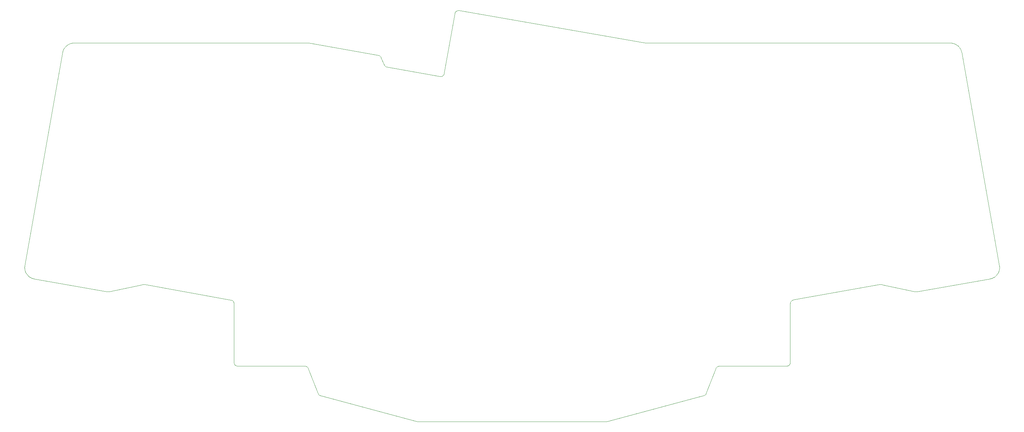
<source format=gm1>
G04 #@! TF.GenerationSoftware,KiCad,Pcbnew,(5.1.9-0-10_14)*
G04 #@! TF.CreationDate,2021-06-24T09:39:22+09:00*
G04 #@! TF.ProjectId,reviung41,72657669-756e-4673-9431-2e6b69636164,1.4*
G04 #@! TF.SameCoordinates,PX2faf080PY2faf080*
G04 #@! TF.FileFunction,Profile,NP*
%FSLAX46Y46*%
G04 Gerber Fmt 4.6, Leading zero omitted, Abs format (unit mm)*
G04 Created by KiCad (PCBNEW (5.1.9-0-10_14)) date 2021-06-24 09:39:22*
%MOMM*%
%LPD*%
G01*
G04 APERTURE LIST*
G04 #@! TA.AperFunction,Profile*
%ADD10C,0.100000*%
G04 #@! TD*
G04 APERTURE END LIST*
D10*
X-19203056Y-8566830D02*
X-19338854Y-8569869D01*
X-19338854Y-8569869D02*
X-19473278Y-8578909D01*
X-19473278Y-8578909D02*
X-19606186Y-8593829D01*
X-19606186Y-8593829D02*
X-19737435Y-8614509D01*
X-19737435Y-8614509D02*
X-19866881Y-8640828D01*
X-19866881Y-8640828D02*
X-19994381Y-8672667D01*
X-19994381Y-8672667D02*
X-20119791Y-8709905D01*
X-20119791Y-8709905D02*
X-20242970Y-8752423D01*
X-20242970Y-8752423D02*
X-20363773Y-8800101D01*
X-20363773Y-8800101D02*
X-20482057Y-8852817D01*
X-20482057Y-8852817D02*
X-20597680Y-8910453D01*
X-20597680Y-8910453D02*
X-20710497Y-8972888D01*
X-20710497Y-8972888D02*
X-20820366Y-9040001D01*
X-20820366Y-9040001D02*
X-20927143Y-9111674D01*
X-20927143Y-9111674D02*
X-21030686Y-9187785D01*
X-21030686Y-9187785D02*
X-21130850Y-9268214D01*
X-21130850Y-9268214D02*
X-21227494Y-9352842D01*
X-21227494Y-9352842D02*
X-21320473Y-9441549D01*
X-21320473Y-9441549D02*
X-21409645Y-9534214D01*
X-21409645Y-9534214D02*
X-21494865Y-9630717D01*
X-21494865Y-9630717D02*
X-21575992Y-9730938D01*
X-21575992Y-9730938D02*
X-21652882Y-9834757D01*
X-21652882Y-9834757D02*
X-21725391Y-9942054D01*
X-21725391Y-9942054D02*
X-21793376Y-10052709D01*
X-21793376Y-10052709D02*
X-21856695Y-10166601D01*
X-21856695Y-10166601D02*
X-21915204Y-10283611D01*
X-21915204Y-10283611D02*
X-21968759Y-10403618D01*
X-21968759Y-10403618D02*
X-22017218Y-10526503D01*
X-22017218Y-10526503D02*
X-22060437Y-10652145D01*
X-22060437Y-10652145D02*
X-22098274Y-10780424D01*
X-22098274Y-10780424D02*
X-22130584Y-10911220D01*
X-22130584Y-10911220D02*
X-22157225Y-11044414D01*
X21566204Y-75484389D02*
X21696687Y-75516860D01*
X21696687Y-75516860D02*
X21819258Y-75565417D01*
X21819258Y-75565417D02*
X21932841Y-75628774D01*
X21932841Y-75628774D02*
X22036361Y-75705647D01*
X22036361Y-75705647D02*
X22128744Y-75794752D01*
X22128744Y-75794752D02*
X22208915Y-75894805D01*
X22208915Y-75894805D02*
X22275799Y-76004522D01*
X22275799Y-76004522D02*
X22328322Y-76122618D01*
X22328322Y-76122618D02*
X22365409Y-76247810D01*
X22365409Y-76247810D02*
X22385985Y-76378813D01*
X22385985Y-76378813D02*
X22390000Y-76468743D01*
X-1503643Y-71503476D02*
X-1385042Y-71482174D01*
X-1385042Y-71482174D02*
X-1265612Y-71468075D01*
X-1265612Y-71468075D02*
X-1145680Y-71461183D01*
X-1145680Y-71461183D02*
X-1025571Y-71461504D01*
X-1025571Y-71461504D02*
X-905613Y-71469041D01*
X-905613Y-71469041D02*
X-786131Y-71483800D01*
X-786131Y-71483800D02*
X-738545Y-71491728D01*
X211500450Y-11045975D02*
X211473862Y-10912719D01*
X211473862Y-10912719D02*
X211441600Y-10781860D01*
X211441600Y-10781860D02*
X211403807Y-10653518D01*
X211403807Y-10653518D02*
X211360627Y-10527812D01*
X211360627Y-10527812D02*
X211312202Y-10404864D01*
X211312202Y-10404864D02*
X211258675Y-10284793D01*
X211258675Y-10284793D02*
X211200191Y-10167721D01*
X211200191Y-10167721D02*
X211136893Y-10053766D01*
X211136893Y-10053766D02*
X211068923Y-9943049D01*
X211068923Y-9943049D02*
X210996425Y-9835692D01*
X210996425Y-9835692D02*
X210919543Y-9731813D01*
X210919543Y-9731813D02*
X210838420Y-9631533D01*
X210838420Y-9631533D02*
X210753199Y-9534972D01*
X210753199Y-9534972D02*
X210664024Y-9442251D01*
X210664024Y-9442251D02*
X210571037Y-9353490D01*
X210571037Y-9353490D02*
X210474382Y-9268809D01*
X210474382Y-9268809D02*
X210374203Y-9188329D01*
X210374203Y-9188329D02*
X210270643Y-9112169D01*
X210270643Y-9112169D02*
X210163844Y-9040450D01*
X210163844Y-9040450D02*
X210053951Y-8973293D01*
X210053951Y-8973293D02*
X209941107Y-8910817D01*
X209941107Y-8910817D02*
X209825455Y-8853142D01*
X209825455Y-8853142D02*
X209707139Y-8800390D01*
X209707139Y-8800390D02*
X209586301Y-8752680D01*
X209586301Y-8752680D02*
X209463085Y-8710133D01*
X209463085Y-8710133D02*
X209337635Y-8672868D01*
X209337635Y-8672868D02*
X209210093Y-8641006D01*
X209210093Y-8641006D02*
X209080604Y-8614668D01*
X209080604Y-8614668D02*
X208949309Y-8593973D01*
X208949309Y-8593973D02*
X208816354Y-8579042D01*
X208816354Y-8579042D02*
X208681881Y-8569996D01*
X208681881Y-8569996D02*
X208546033Y-8566954D01*
X166957833Y-91720000D02*
X166957833Y-76459590D01*
X44237706Y-99832241D02*
X44287172Y-99940204D01*
X44287172Y-99940204D02*
X44348386Y-100040520D01*
X44348386Y-100040520D02*
X44420443Y-100132378D01*
X44420443Y-100132378D02*
X44502439Y-100214969D01*
X44502439Y-100214969D02*
X44593469Y-100287481D01*
X44593469Y-100287481D02*
X44692630Y-100349103D01*
X44692630Y-100349103D02*
X44799017Y-100399026D01*
X44799017Y-100399026D02*
X44911727Y-100436439D01*
X79776764Y-921401D02*
X77037491Y-16460793D01*
X148537879Y-92720000D02*
X165957833Y-92720000D01*
X-738545Y-71491728D02*
X21566204Y-75484389D01*
X190879373Y-71501821D02*
X199296488Y-73287053D01*
X-22157225Y-11044414D02*
X-31966331Y-66513037D01*
X147605375Y-93358841D02*
X147653005Y-93254108D01*
X147653005Y-93254108D02*
X147711424Y-93156902D01*
X147711424Y-93156902D02*
X147779745Y-93067830D01*
X147779745Y-93067830D02*
X147857085Y-92987497D01*
X147857085Y-92987497D02*
X147942559Y-92916508D01*
X147942559Y-92916508D02*
X148035284Y-92855471D01*
X148035284Y-92855471D02*
X148134374Y-92804990D01*
X148134374Y-92804990D02*
X148238946Y-92765671D01*
X148238946Y-92765671D02*
X148348115Y-92738120D01*
X148348115Y-92738120D02*
X148460998Y-92722944D01*
X148460998Y-92722944D02*
X148537879Y-92720000D01*
X-10724116Y-73300537D02*
X-10605771Y-73317737D01*
X-10605771Y-73317737D02*
X-10486844Y-73327820D01*
X-10486844Y-73327820D02*
X-10367653Y-73330792D01*
X-10367653Y-73330792D02*
X-10248517Y-73326657D01*
X-10248517Y-73326657D02*
X-10129756Y-73315422D01*
X-10129756Y-73315422D02*
X-10011689Y-73297092D01*
X-10011689Y-73297092D02*
X-9964727Y-73287775D01*
X60603226Y-12334656D02*
X60546487Y-12223575D01*
X60546487Y-12223575D02*
X60477234Y-12121562D01*
X60477234Y-12121562D02*
X60396566Y-12029484D01*
X60396566Y-12029484D02*
X60305586Y-11948211D01*
X60305586Y-11948211D02*
X60205392Y-11878611D01*
X60205392Y-11878611D02*
X60097087Y-11821553D01*
X60097087Y-11821553D02*
X59981772Y-11777906D01*
X59981772Y-11777906D02*
X59860547Y-11748539D01*
X129286705Y-8566954D02*
X80935242Y-110192D01*
X145098354Y-99831900D02*
X147605375Y-93358841D01*
X-29532217Y-69990034D02*
X-10724116Y-73300537D01*
X218847815Y-69990145D02*
X218999193Y-69959512D01*
X218999193Y-69959512D02*
X219147242Y-69921664D01*
X219147242Y-69921664D02*
X219291808Y-69876820D01*
X219291808Y-69876820D02*
X219432739Y-69825198D01*
X219432739Y-69825198D02*
X219569881Y-69767016D01*
X219569881Y-69767016D02*
X219703082Y-69702492D01*
X219703082Y-69702492D02*
X219832188Y-69631846D01*
X219832188Y-69631846D02*
X219957047Y-69555296D01*
X219957047Y-69555296D02*
X220077506Y-69473060D01*
X220077506Y-69473060D02*
X220193411Y-69385356D01*
X220193411Y-69385356D02*
X220304610Y-69292403D01*
X220304610Y-69292403D02*
X220410950Y-69194419D01*
X220410950Y-69194419D02*
X220512278Y-69091623D01*
X220512278Y-69091623D02*
X220608440Y-68984233D01*
X220608440Y-68984233D02*
X220699284Y-68872467D01*
X220699284Y-68872467D02*
X220784658Y-68756545D01*
X220784658Y-68756545D02*
X220864407Y-68636684D01*
X220864407Y-68636684D02*
X220938379Y-68513103D01*
X220938379Y-68513103D02*
X221006421Y-68386020D01*
X221006421Y-68386020D02*
X221068380Y-68255653D01*
X221068380Y-68255653D02*
X221124103Y-68122222D01*
X221124103Y-68122222D02*
X221173437Y-67985944D01*
X221173437Y-67985944D02*
X221216230Y-67847038D01*
X221216230Y-67847038D02*
X221252328Y-67705723D01*
X221252328Y-67705723D02*
X221281578Y-67562216D01*
X221281578Y-67562216D02*
X221303827Y-67416737D01*
X221303827Y-67416737D02*
X221318922Y-67269503D01*
X221318922Y-67269503D02*
X221326711Y-67120733D01*
X221326711Y-67120733D02*
X221327040Y-66970646D01*
X221327040Y-66970646D02*
X221319757Y-66819459D01*
X221319757Y-66819459D02*
X221304708Y-66667392D01*
X221304708Y-66667392D02*
X221281741Y-66514663D01*
X221281741Y-66514663D02*
X211500450Y-11045975D01*
X199296488Y-73287053D02*
X199414570Y-73308417D01*
X199414570Y-73308417D02*
X199533486Y-73322641D01*
X199533486Y-73322641D02*
X199652913Y-73329717D01*
X199652913Y-73329717D02*
X199772527Y-73329641D01*
X199772527Y-73329641D02*
X199892008Y-73322407D01*
X199892008Y-73322407D02*
X200011032Y-73308010D01*
X200011032Y-73308010D02*
X200058442Y-73300244D01*
X166957833Y-76459590D02*
X166966811Y-76325375D01*
X166966811Y-76325375D02*
X166993030Y-76196121D01*
X166993030Y-76196121D02*
X167035412Y-76073112D01*
X167035412Y-76073112D02*
X167092881Y-75957636D01*
X167092881Y-75957636D02*
X167164362Y-75850976D01*
X167164362Y-75850976D02*
X167248777Y-75754417D01*
X167248777Y-75754417D02*
X167345052Y-75669246D01*
X167345052Y-75669246D02*
X167452109Y-75596747D01*
X167452109Y-75596747D02*
X167568872Y-75538207D01*
X167568872Y-75538207D02*
X167694266Y-75494909D01*
X167694266Y-75494909D02*
X167782125Y-75475147D01*
X-31966331Y-66513037D02*
X-31989382Y-66665823D01*
X-31989382Y-66665823D02*
X-32004507Y-66817949D01*
X-32004507Y-66817949D02*
X-32011859Y-66969197D01*
X-32011859Y-66969197D02*
X-32011591Y-67119347D01*
X-32011591Y-67119347D02*
X-32003857Y-67268182D01*
X-32003857Y-67268182D02*
X-31988810Y-67415481D01*
X-31988810Y-67415481D02*
X-31966603Y-67561027D01*
X-31966603Y-67561027D02*
X-31937388Y-67704601D01*
X-31937388Y-67704601D02*
X-31901320Y-67845983D01*
X-31901320Y-67845983D02*
X-31858551Y-67984956D01*
X-31858551Y-67984956D02*
X-31809234Y-68121301D01*
X-31809234Y-68121301D02*
X-31753522Y-68254798D01*
X-31753522Y-68254798D02*
X-31691569Y-68385230D01*
X-31691569Y-68385230D02*
X-31623528Y-68512377D01*
X-31623528Y-68512377D02*
X-31549551Y-68636020D01*
X-31549551Y-68636020D02*
X-31469792Y-68755942D01*
X-31469792Y-68755942D02*
X-31384404Y-68871923D01*
X-31384404Y-68871923D02*
X-31293540Y-68983745D01*
X-31293540Y-68983745D02*
X-31197354Y-69091189D01*
X-31197354Y-69091189D02*
X-31095997Y-69194036D01*
X-31095997Y-69194036D02*
X-30989624Y-69292067D01*
X-30989624Y-69292067D02*
X-30878388Y-69385064D01*
X-30878388Y-69385064D02*
X-30762441Y-69472808D01*
X-30762441Y-69472808D02*
X-30641937Y-69555080D01*
X-30641937Y-69555080D02*
X-30517029Y-69631662D01*
X-30517029Y-69631662D02*
X-30387870Y-69702335D01*
X-30387870Y-69702335D02*
X-30254613Y-69766880D01*
X-30254613Y-69766880D02*
X-30117411Y-69825079D01*
X-30117411Y-69825079D02*
X-29976417Y-69876712D01*
X-29976417Y-69876712D02*
X-29831785Y-69921562D01*
X-29831785Y-69921562D02*
X-29683667Y-69959408D01*
X-29683667Y-69959408D02*
X-29532217Y-69990034D01*
X119284731Y-107167762D02*
X144424486Y-100436715D01*
X40792187Y-92720000D02*
X40906975Y-92726581D01*
X40906975Y-92726581D02*
X41018646Y-92745924D01*
X41018646Y-92745924D02*
X41126317Y-92777424D01*
X41126317Y-92777424D02*
X41229105Y-92820476D01*
X41229105Y-92820476D02*
X41326128Y-92874476D01*
X41326128Y-92874476D02*
X41416503Y-92938820D01*
X41416503Y-92938820D02*
X41499346Y-93012904D01*
X41499346Y-93012904D02*
X41573776Y-93096123D01*
X41573776Y-93096123D02*
X41638909Y-93187873D01*
X41638909Y-93187873D02*
X41693862Y-93287550D01*
X41693862Y-93287550D02*
X41724407Y-93358107D01*
X62174798Y-14830257D02*
X62053719Y-14800810D01*
X62053719Y-14800810D02*
X61938549Y-14757116D01*
X61938549Y-14757116D02*
X61830386Y-14700042D01*
X61830386Y-14700042D02*
X61730325Y-14630455D01*
X61730325Y-14630455D02*
X61639465Y-14549221D01*
X61639465Y-14549221D02*
X61558903Y-14457207D01*
X61558903Y-14457207D02*
X61489736Y-14355280D01*
X61489736Y-14355280D02*
X61433061Y-14244307D01*
X-9964727Y-73287775D02*
X-1503643Y-71503476D01*
X44911727Y-100436439D02*
X70098069Y-107167762D01*
X41724407Y-93358107D02*
X44237706Y-99832241D01*
X61433061Y-14244307D02*
X60603226Y-12334656D01*
X41904428Y-8566954D02*
X-19203056Y-8566830D01*
X167782125Y-75475147D02*
X190112996Y-71489415D01*
X190112996Y-71489415D02*
X190232409Y-71471801D01*
X190232409Y-71471801D02*
X190352427Y-71461436D01*
X190352427Y-71461436D02*
X190472721Y-71458316D01*
X190472721Y-71458316D02*
X190592964Y-71462434D01*
X190592964Y-71462434D02*
X190712827Y-71473786D01*
X190712827Y-71473786D02*
X190831982Y-71492366D01*
X190831982Y-71492366D02*
X190879373Y-71501821D01*
X144424486Y-100436715D02*
X144537218Y-100399235D01*
X144537218Y-100399235D02*
X144643617Y-100349240D01*
X144643617Y-100349240D02*
X144742778Y-100287540D01*
X144742778Y-100287540D02*
X144833797Y-100214948D01*
X144833797Y-100214948D02*
X144915769Y-100132276D01*
X144915769Y-100132276D02*
X144987789Y-100040336D01*
X144987789Y-100040336D02*
X145048952Y-99939940D01*
X145048952Y-99939940D02*
X145098354Y-99831900D01*
X200058442Y-73300244D02*
X218847815Y-69990145D01*
X165957833Y-92720000D02*
X166060077Y-92714837D01*
X166060077Y-92714837D02*
X166159367Y-92699683D01*
X166159367Y-92699683D02*
X166301666Y-92659320D01*
X166301666Y-92659320D02*
X166434492Y-92599305D01*
X166434492Y-92599305D02*
X166556149Y-92521335D01*
X166556149Y-92521335D02*
X166664939Y-92427106D01*
X166664939Y-92427106D02*
X166759168Y-92318316D01*
X166759168Y-92318316D02*
X166837138Y-92196659D01*
X166837138Y-92196659D02*
X166897153Y-92063833D01*
X166897153Y-92063833D02*
X166937516Y-91921534D01*
X166937516Y-91921534D02*
X166952670Y-91822244D01*
X166952670Y-91822244D02*
X166957833Y-91720000D01*
X70098069Y-107167762D02*
X119284731Y-107167762D01*
X59860547Y-11748539D02*
X41904428Y-8566954D01*
X77037491Y-16460793D02*
X77014621Y-16560713D01*
X77014621Y-16560713D02*
X76982404Y-16655976D01*
X76982404Y-16655976D02*
X76917830Y-16789241D01*
X76917830Y-16789241D02*
X76835511Y-16909727D01*
X76835511Y-16909727D02*
X76737423Y-17016054D01*
X76737423Y-17016054D02*
X76625537Y-17106842D01*
X76625537Y-17106842D02*
X76501827Y-17180714D01*
X76501827Y-17180714D02*
X76368267Y-17236288D01*
X76368267Y-17236288D02*
X76226830Y-17272187D01*
X76226830Y-17272187D02*
X76079490Y-17287030D01*
X76079490Y-17287030D02*
X75978958Y-17284548D01*
X75978958Y-17284548D02*
X75877264Y-17271686D01*
X80935242Y-110192D02*
X80833650Y-97520D01*
X80833650Y-97520D02*
X80733232Y-95202D01*
X80733232Y-95202D02*
X80586081Y-110243D01*
X80586081Y-110243D02*
X80444846Y-146284D01*
X80444846Y-146284D02*
X80311494Y-201948D01*
X80311494Y-201948D02*
X80187990Y-275859D01*
X80187990Y-275859D02*
X80076299Y-366640D01*
X80076299Y-366640D02*
X79978387Y-472916D01*
X79978387Y-472916D02*
X79896219Y-593309D01*
X79896219Y-593309D02*
X79831762Y-726445D01*
X79831762Y-726445D02*
X79799599Y-821601D01*
X79799599Y-821601D02*
X79776764Y-921401D01*
X22390000Y-76468743D02*
X22390000Y-91720000D01*
X75877264Y-17271686D02*
X62174798Y-14830257D01*
X208546033Y-8566954D02*
X129286705Y-8566954D01*
X23390000Y-92720000D02*
X40792187Y-92720000D01*
X22390000Y-91720000D02*
X22395162Y-91822244D01*
X22395162Y-91822244D02*
X22410316Y-91921534D01*
X22410316Y-91921534D02*
X22450679Y-92063833D01*
X22450679Y-92063833D02*
X22510694Y-92196659D01*
X22510694Y-92196659D02*
X22588664Y-92318316D01*
X22588664Y-92318316D02*
X22682893Y-92427106D01*
X22682893Y-92427106D02*
X22791683Y-92521335D01*
X22791683Y-92521335D02*
X22913340Y-92599305D01*
X22913340Y-92599305D02*
X23046166Y-92659320D01*
X23046166Y-92659320D02*
X23188465Y-92699683D01*
X23188465Y-92699683D02*
X23287755Y-92714837D01*
X23287755Y-92714837D02*
X23390000Y-92720000D01*
M02*

</source>
